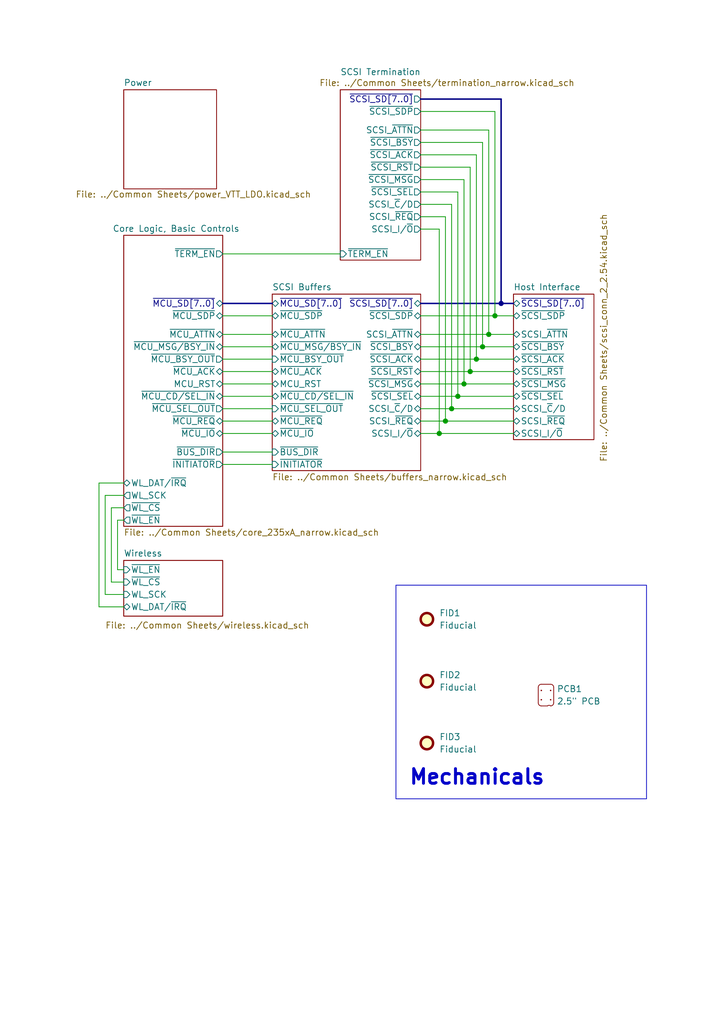
<source format=kicad_sch>
(kicad_sch (version 20250114) (generator "eeschema") (generator_version "9.0")
  (paper "A5" portrait)
  (title_block (title "GBSCSI2 Common Platform, 2.5\" Narrow Variant, RP235x") (date "2026-02-01") (rev "2.0") (comment 1 "Drawn by George R. M.") (comment 2 "BLOCK DIAGRAM/TOP SHEET") (comment 4 "FIRST DRAWING VERSION FOR COMMON PLATFORM VARIANTS IS V2.0"))
  (lib_symbols
    (symbol "GBSCSI:PCB_2.5" (in_bom no)
      (property "Reference" "PCB" (at 0 0 0))
      (property "Value" "2.5\" PCB" (at 0 0 0))
      (symbol "PCB_2.5_0_1"
        (polyline (pts (xy -1.27 3.175) (xy -1.27 6.35)))
        (polyline (pts (xy -0.635 6.985) (xy 1.27 6.985)))
        (arc (start -1.27 6.35) (mid -1.084 6.799) (end -0.635 6.985))
        (circle (center -0.635 5.715) (radius 0.0001))
        (circle (center -0.635 3.81) (radius 0.0001))
        (arc (start -0.635 2.54) (mid -1.084 2.726) (end -1.27 3.175))
        (polyline (pts (xy -0.635 2.54) (xy 0.635 2.54)))
        (arc (start 0.635 2.54) (mid 0.9525 2.6715) (end 1.27 2.54))
        (arc (start 1.27 6.985) (mid 1.719 6.799) (end 1.905 6.35))
        (circle (center 1.27 5.715) (radius 0.0001))
        (circle (center 1.27 3.81) (radius 0.0001))
        (arc (start 1.905 3.175) (mid 1.719 2.726) (end 1.27 2.54))
        (polyline (pts (xy 1.905 6.35) (xy 1.905 3.175)))
      )
    )
    (symbol "Mechanical:Fiducial"
      (property "Reference" "FID" (at 0 5.08 0))
      (property "Value" "Fiducial" (at 0 3.175 0))
      (symbol "Fiducial_0_1"
        (circle (center 0 0) (radius 1.27) (stroke (width 0.508)) (fill (type background)))
      )
    )
  )
  (rectangle (start 81.28 120.015) (end 132.715 163.83))
  (text "Mechanicals" (at 83.82 161.29 0) (effects (font (size 3 3) (thickness 0.6) (bold yes)) (justify left bottom)))
  (junction (at 99.06 71.12))
  (junction (at 97.79 73.66))
  (junction (at 96.52 76.2))
  (junction (at 95.25 78.74))
  (junction (at 102.87 62.23))
  (junction (at 93.98 81.28))
  (junction (at 92.71 83.82))
  (junction (at 101.6 64.77))
  (junction (at 90.17 88.9))
  (junction (at 100.33 68.58))
  (junction (at 91.44 86.36))
  (wire (pts (xy 96.52 76.2) (xy 105.41 76.2)))
  (wire (pts (xy 45.72 52.07) (xy 69.85 52.07)))
  (wire (pts (xy 86.36 86.36) (xy 91.44 86.36)))
  (wire (pts (xy 86.36 76.2) (xy 96.52 76.2)))
  (bus (pts (xy 86.36 20.32) (xy 102.87 20.32)))
  (wire (pts (xy 101.6 64.77) (xy 105.41 64.77)))
  (wire (pts (xy 21.59 101.6) (xy 21.59 121.92)))
  (bus (pts (xy 102.87 62.23) (xy 105.41 62.23)))
  (wire (pts (xy 86.36 71.12) (xy 99.06 71.12)))
  (wire (pts (xy 20.32 99.06) (xy 20.32 124.46)))
  (wire (pts (xy 21.59 101.6) (xy 25.4 101.6)))
  (wire (pts (xy 100.33 68.58) (xy 105.41 68.58)))
  (wire (pts (xy 86.36 78.74) (xy 95.25 78.74)))
  (wire (pts (xy 86.36 68.58) (xy 100.33 68.58)))
  (wire (pts (xy 21.59 121.92) (xy 25.4 121.92)))
  (wire (pts (xy 20.32 99.06) (xy 25.4 99.06)))
  (wire (pts (xy 45.72 86.36) (xy 55.88 86.36)))
  (wire (pts (xy 90.17 46.99) (xy 90.17 88.9)))
  (wire (pts (xy 101.6 22.86) (xy 101.6 64.77)))
  (wire (pts (xy 86.36 46.99) (xy 90.17 46.99)))
  (wire (pts (xy 86.36 64.77) (xy 101.6 64.77)))
  (wire (pts (xy 86.36 88.9) (xy 90.17 88.9)))
  (wire (pts (xy 95.25 36.83) (xy 95.25 78.74)))
  (wire (pts (xy 20.32 124.46) (xy 25.4 124.46)))
  (wire (pts (xy 86.36 44.45) (xy 91.44 44.45)))
  (wire (pts (xy 24.13 116.84) (xy 25.4 116.84)))
  (wire (pts (xy 45.72 95.25) (xy 55.88 95.25)))
  (wire (pts (xy 45.72 92.71) (xy 55.88 92.71)))
  (wire (pts (xy 24.13 106.68) (xy 24.13 116.84)))
  (wire (pts (xy 86.36 39.37) (xy 93.98 39.37)))
  (wire (pts (xy 86.36 41.91) (xy 92.71 41.91)))
  (wire (pts (xy 45.72 88.9) (xy 55.88 88.9)))
  (wire (pts (xy 45.72 73.66) (xy 55.88 73.66)))
  (wire (pts (xy 100.33 26.67) (xy 100.33 68.58)))
  (wire (pts (xy 93.98 39.37) (xy 93.98 81.28)))
  (wire (pts (xy 45.72 83.82) (xy 55.88 83.82)))
  (bus (pts (xy 102.87 20.32) (xy 102.87 62.23)))
  (wire (pts (xy 97.79 73.66) (xy 105.41 73.66)))
  (wire (pts (xy 92.71 83.82) (xy 105.41 83.82)))
  (bus (pts (xy 86.36 62.23) (xy 102.87 62.23)))
  (bus (pts (xy 45.72 62.23) (xy 55.88 62.23)))
  (wire (pts (xy 97.79 31.75) (xy 97.79 73.66)))
  (wire (pts (xy 86.36 73.66) (xy 97.79 73.66)))
  (wire (pts (xy 95.25 78.74) (xy 105.41 78.74)))
  (wire (pts (xy 86.36 26.67) (xy 100.33 26.67)))
  (wire (pts (xy 22.86 104.14) (xy 25.4 104.14)))
  (wire (pts (xy 45.72 64.77) (xy 55.88 64.77)))
  (wire (pts (xy 91.44 44.45) (xy 91.44 86.36)))
  (wire (pts (xy 45.72 76.2) (xy 55.88 76.2)))
  (wire (pts (xy 22.86 104.14) (xy 22.86 119.38)))
  (wire (pts (xy 45.72 68.58) (xy 55.88 68.58)))
  (wire (pts (xy 86.36 81.28) (xy 93.98 81.28)))
  (wire (pts (xy 86.36 36.83) (xy 95.25 36.83)))
  (wire (pts (xy 91.44 86.36) (xy 105.41 86.36)))
  (wire (pts (xy 86.36 29.21) (xy 99.06 29.21)))
  (wire (pts (xy 99.06 29.21) (xy 99.06 71.12)))
  (wire (pts (xy 92.71 41.91) (xy 92.71 83.82)))
  (wire (pts (xy 96.52 34.29) (xy 96.52 76.2)))
  (wire (pts (xy 99.06 71.12) (xy 105.41 71.12)))
  (wire (pts (xy 86.36 83.82) (xy 92.71 83.82)))
  (wire (pts (xy 93.98 81.28) (xy 105.41 81.28)))
  (wire (pts (xy 45.72 71.12) (xy 55.88 71.12)))
  (wire (pts (xy 90.17 88.9) (xy 105.41 88.9)))
  (wire (pts (xy 22.86 119.38) (xy 25.4 119.38)))
  (wire (pts (xy 45.72 78.74) (xy 55.88 78.74)))
  (wire (pts (xy 45.72 81.28) (xy 55.88 81.28)))
  (wire (pts (xy 86.36 22.86) (xy 101.6 22.86)))
  (wire (pts (xy 86.36 31.75) (xy 97.79 31.75)))
  (wire (pts (xy 24.13 106.68) (xy 25.4 106.68)))
  (wire (pts (xy 86.36 34.29) (xy 96.52 34.29)))
  (symbol (lib_id "Mechanical:Fiducial") (at 87.63 127 0) (unit 1)
    (property "Reference" "FID1" (at 90.17 125.73 0) (effects (justify left)))
    (property "Value" "Fiducial" (at 90.17 128.27 0) (effects (justify left)))
    (property "Footprint" "Fiducial:Fiducial_0.5mm_Mask1mm" (effects (hide yes)))
    (property "LCSC" "N/A" (effects (hide yes)))
    (property "LCSC Part #" "N/A" (effects (hide yes)))
  )
  (symbol (lib_id "Mechanical:Fiducial") (at 87.63 152.4 0) (unit 1) (in_bom no)
    (property "Reference" "FID3" (at 90.17 151.13 0) (effects (justify left)))
    (property "Value" "Fiducial" (at 90.17 153.67 0) (effects (justify left)))
    (property "Footprint" "Fiducial:Fiducial_0.5mm_Mask1mm" (effects (hide yes)))
    (property "LCSC" "N/A" (effects (hide yes)))
    (property "LCSC Part #" "N/A" (effects (hide yes)))
  )
  (symbol (lib_id "GBSCSI:PCB_2.5") (at 111.76 147.32 0) (unit 1) (in_bom no)
    (property "Reference" "PCB1" (at 114.3 141.2874 0) (effects (justify left)))
    (property "Value" "2.5\" PCB" (at 114.3 143.8274 0) (effects (justify left)))
    (property "Footprint" "GBSCSI:GBSCSI2_2.5_PCB" (effects (hide yes)))
  )
  (symbol (lib_id "Mechanical:Fiducial") (at 87.63 139.7 0) (unit 1) (in_bom no)
    (property "Reference" "FID2" (at 90.17 138.43 0) (effects (justify left)))
    (property "Value" "Fiducial" (at 90.17 140.97 0) (effects (justify left)))
    (property "Footprint" "Fiducial:Fiducial_0.5mm_Mask1mm" (effects (hide yes)))
    (property "LCSC" "N/A" (effects (hide yes)))
    (property "LCSC Part #" "N/A" (effects (hide yes)))
  )
  (sheet (at 25.4 114.935) (size 20.32 11.43) (stroke (width 0.1524))
    (property "Sheetname" "Wireless" (at 25.4 114.2234 0) (effects (justify left bottom)))
    (property "Sheetfile" "../Common Sheets/wireless.kicad_sch" (at 21.59 127.508 0) (effects (justify left top)))
    (pin "WL_DAT{slash}~{IRQ}" bidirectional (at 25.4 124.46 180))
    (pin "WL_SCK" input (at 25.4 121.92 180))
    (pin "~{WL_CS}" input (at 25.4 119.38 180))
    (pin "~{WL_EN}" input (at 25.4 116.84 180))
  )
  (sheet (at 25.4 48.26) (size 20.32 59.69) (stroke (width 0.1524))
    (property "Sheetname" "Core Logic, Basic Controls" (at 23.114 47.625 0) (effects (justify left bottom)))
    (property "Sheetfile" "../Common Sheets/core_235xA_narrow.kicad_sch" (at 25.4 108.458 0) (effects (justify left top)))
    (pin "MCU_RST" bidirectional (at 45.72 78.74 0))
    (pin "~{BUS_DIR}" output (at 45.72 92.71 0))
    (pin "~{INITIATOR}" output (at 45.72 95.25 0))
    (pin "~{MCU_ACK}" bidirectional (at 45.72 76.2 0))
    (pin "~{MCU_ATTN}" bidirectional (at 45.72 68.58 0))
    (pin "~{MCU_CD{slash}SEL_IN}" bidirectional (at 45.72 81.28 0))
    (pin "~{MCU_IO}" bidirectional (at 45.72 88.9 0))
    (pin "~{MCU_MSG{slash}BSY_IN}" bidirectional (at 45.72 71.12 0))
    (pin "~{MCU_REQ}" bidirectional (at 45.72 86.36 0))
    (pin "~{MCU_SDP}" bidirectional (at 45.72 64.77 0))
    (pin "~{MCU_SD[7..0]}" bidirectional (at 45.72 62.23 0))
    (pin "~{TERM_EN}" output (at 45.72 52.07 0))
    (pin "~{MCU_BSY_OUT}" output (at 45.72 73.66 0))
    (pin "~{MCU_SEL_OUT}" output (at 45.72 83.82 0))
    (pin "WL_DAT{slash}~{IRQ}" bidirectional (at 25.4 99.06 180))
    (pin "WL_SCK" output (at 25.4 101.6 180))
    (pin "~{WL_CS}" output (at 25.4 104.14 180))
    (pin "~{WL_EN}" output (at 25.4 106.68 180))
  )
  (sheet (at 55.88 60.325) (size 30.48 36.195) (stroke (width 0.1524))
    (property "Sheetname" "SCSI Buffers" (at 55.88 59.6134 0) (effects (justify left bottom)))
    (property "Sheetfile" "../Common Sheets/buffers_narrow.kicad_sch" (at 55.88 97.1046 0) (effects (justify left top)))
    (pin "MCU_RST" bidirectional (at 55.88 78.74 180))
    (pin "SCSI_I{slash}~{O}" bidirectional (at 86.36 88.9 0))
    (pin "SCSI_~{ATTN}" bidirectional (at 86.36 68.58 0))
    (pin "SCSI_~{C}{slash}D" bidirectional (at 86.36 83.82 0))
    (pin "SCSI_~{REQ}" bidirectional (at 86.36 86.36 0))
    (pin "~{BUS_DIR}" input (at 55.88 92.71 180))
    (pin "~{INITIATOR}" input (at 55.88 95.25 180))
    (pin "~{MCU_ACK}" bidirectional (at 55.88 76.2 180))
    (pin "~{MCU_ATTN}" bidirectional (at 55.88 68.58 180))
    (pin "~{MCU_BSY_OUT}" input (at 55.88 73.66 180))
    (pin "~{MCU_CD{slash}SEL_IN}" bidirectional (at 55.88 81.28 180))
    (pin "~{MCU_IO}" bidirectional (at 55.88 88.9 180))
    (pin "~{MCU_MSG{slash}BSY_IN}" bidirectional (at 55.88 71.12 180))
    (pin "~{MCU_REQ}" bidirectional (at 55.88 86.36 180))
    (pin "~{MCU_SDP}" bidirectional (at 55.88 64.77 180))
    (pin "~{MCU_SD[7..0]}" bidirectional (at 55.88 62.23 180))
    (pin "~{MCU_SEL_OUT}" input (at 55.88 83.82 180))
    (pin "~{SCSI_ACK}" bidirectional (at 86.36 73.66 0))
    (pin "~{SCSI_BSY}" bidirectional (at 86.36 71.12 0))
    (pin "~{SCSI_MSG}" bidirectional (at 86.36 78.74 0))
    (pin "~{SCSI_RST}" bidirectional (at 86.36 76.2 0))
    (pin "~{SCSI_SDP}" bidirectional (at 86.36 64.77 0))
    (pin "~{SCSI_SD[7..0]}" bidirectional (at 86.36 62.23 0))
    (pin "~{SCSI_SEL}" bidirectional (at 86.36 81.28 0))
  )
  (sheet (at 105.41 60.325) (size 16.51 29.845) (stroke (width 0.1524))
    (property "Sheetname" "Host Interface" (at 105.41 59.6134 0) (effects (justify left bottom)))
    (property "Sheetfile" "../Common Sheets/scsi_conn_2_2.54.kicad_sch" (at 123.19 94.742 90) (effects (justify left top)))
    (pin "SCSI_I{slash}~{O}" bidirectional (at 105.41 88.9 180))
    (pin "SCSI_~{ATTN}" bidirectional (at 105.41 68.58 180))
    (pin "SCSI_~{C}{slash}D" bidirectional (at 105.41 83.82 180))
    (pin "SCSI_~{REQ}" bidirectional (at 105.41 86.36 180))
    (pin "~{SCSI_ACK}" bidirectional (at 105.41 73.66 180))
    (pin "~{SCSI_BSY}" bidirectional (at 105.41 71.12 180))
    (pin "~{SCSI_MSG}" bidirectional (at 105.41 78.74 180))
    (pin "~{SCSI_RST}" bidirectional (at 105.41 76.2 180))
    (pin "~{SCSI_SD[7..0]}" bidirectional (at 105.41 62.23 180))
    (pin "~{SCSI_SEL}" bidirectional (at 105.41 81.28 180))
    (pin "~{SCSI_SDP}" bidirectional (at 105.41 64.77 180))
  )
  (sheet (at 25.4 18.415) (size 19.05 20.32) (stroke (width 0.1524))
    (property "Sheetname" "Power" (at 25.4 17.7034 0) (effects (justify left bottom)))
    (property "Sheetfile" "../Common Sheets/power_VTT_LDO.kicad_sch" (at 15.494 39.116 0) (effects (justify left top)))
  )
  (sheet (at 69.85 18.415) (size 16.51 34.925) (stroke (width 0.1524))
    (property "Sheetname" "SCSI Termination" (at 69.85 15.494 0) (effects (justify left bottom)))
    (property "Sheetfile" "../Common Sheets/termination_narrow.kicad_sch" (at 65.532 16.256 0) (effects (justify left top)))
    (pin "SCSI_I{slash}~{O}" output (at 86.36 46.99 0))
    (pin "SCSI_~{ATTN}" output (at 86.36 26.67 0))
    (pin "SCSI_~{C}{slash}D" output (at 86.36 41.91 0))
    (pin "SCSI_~{REQ}" output (at 86.36 44.45 0))
    (pin "~{SCSI_ACK}" output (at 86.36 31.75 0))
    (pin "~{SCSI_BSY}" output (at 86.36 29.21 0))
    (pin "~{SCSI_MSG}" output (at 86.36 36.83 0))
    (pin "~{SCSI_RST}" output (at 86.36 34.29 0))
    (pin "~{SCSI_SDP}" output (at 86.36 22.86 0))
    (pin "~{SCSI_SD[7..0]}" output (at 86.36 20.32 0))
    (pin "~{SCSI_SEL}" output (at 86.36 39.37 0))
    (pin "~{TERM_EN}" input (at 69.85 52.07 180))
  )
)
</source>
